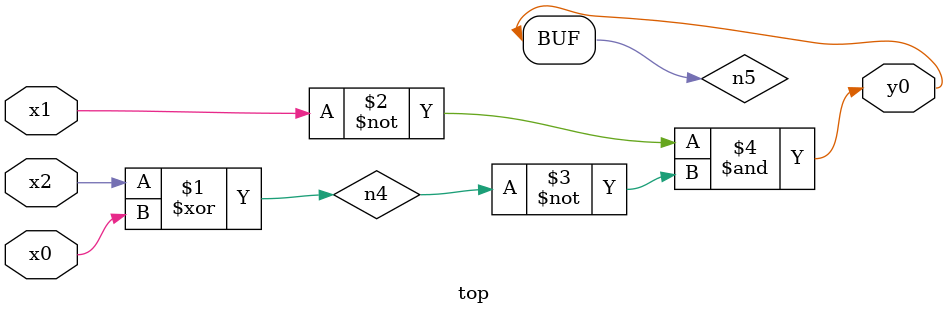
<source format=v>
module top( x0 , x1 , x2 , y0 );
  input x0 , x1 , x2 ;
  output y0 ;
  wire n4 , n5 ;
  assign n4 = x2 ^ x0 ;
  assign n5 = ~x1 & ~n4 ;
  assign y0 = n5 ;
endmodule

</source>
